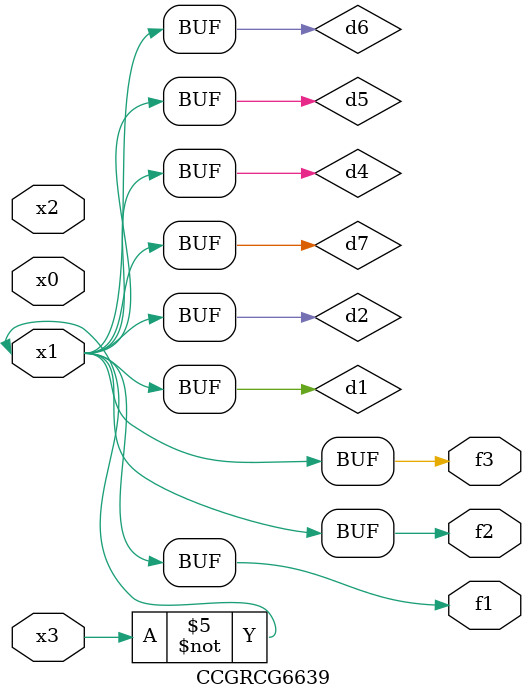
<source format=v>
module CCGRCG6639(
	input x0, x1, x2, x3,
	output f1, f2, f3
);

	wire d1, d2, d3, d4, d5, d6, d7;

	not (d1, x3);
	buf (d2, x1);
	xnor (d3, d1, d2);
	nor (d4, d1);
	buf (d5, d1, d2);
	buf (d6, d4, d5);
	nand (d7, d4);
	assign f1 = d6;
	assign f2 = d7;
	assign f3 = d6;
endmodule

</source>
